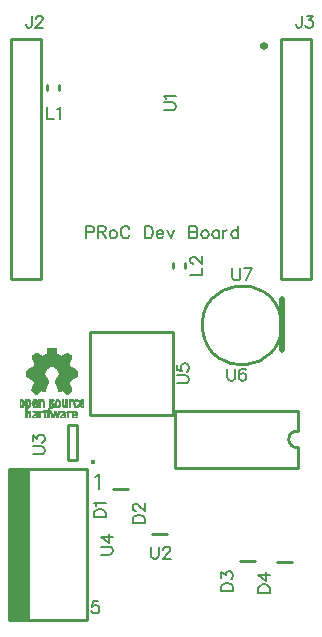
<source format=gbr>
G04 DipTrace 3.0.0.1*
G04 TopSilk.gbr*
%MOIN*%
G04 #@! TF.FileFunction,Legend,Top*
G04 #@! TF.Part,Single*
%ADD10C,0.01*%
%ADD12C,0.002992*%
%ADD33O,0.02798X0.027038*%
%ADD40C,0.015396*%
%ADD46C,0.019685*%
%ADD94C,0.006176*%
%ADD97C,0.00772*%
%FSLAX26Y26*%
G04*
G70*
G90*
G75*
G01*
G04 TopSilk*
%LPD*%
X745952Y845780D2*
D10*
X797093D1*
X927015Y697265D2*
X875873D1*
X1169311Y608512D2*
X1220453D1*
X1292671Y604706D2*
X1343813D1*
X508401Y2346945D2*
X408399D1*
Y1547018D1*
X508401D1*
Y2346945D1*
X1408532D2*
X1308530D1*
Y1547018D1*
X1408532D1*
Y2346945D1*
X565520Y2193314D2*
Y2177487D1*
X526118Y2193314D2*
Y2177487D1*
X987549Y1599383D2*
Y1583557D1*
X948147Y1599383D2*
Y1583557D1*
D33*
X1249499Y2323020D3*
D40*
X681987Y937653D3*
X627919Y942916D2*
D10*
Y1061024D1*
X596427Y942916D2*
Y1061024D1*
X627919D2*
X596427D1*
X627919Y942916D2*
X596427D1*
X660753Y915092D2*
X400908D1*
Y409187D1*
X660753D1*
Y915092D1*
G36*
X471772Y911146D2*
X402890D1*
Y413133D1*
X471772D1*
Y911146D1*
G37*
X946368Y1370221D2*
D10*
X670998D1*
Y1094488D1*
X946368D1*
Y1370221D1*
X1363977Y1107228D2*
X954528D1*
X1363977Y918224D2*
X954528D1*
Y1107228D2*
Y918224D1*
X1363977Y1107228D2*
Y1040293D1*
Y985158D2*
Y918224D1*
Y1040293D2*
G03X1363977Y985158I-3711J-27568D01*
G01*
X1308225Y1402758D2*
G02X1307214Y1411699I-131471J-10334D01*
G01*
X1310858Y1480909D2*
D46*
X1309848Y1310945D1*
X528421Y1315906D2*
D12*
X555349D1*
X528410Y1312914D2*
X555361D1*
X528305Y1309922D2*
X555466D1*
X527900Y1306930D2*
X555871D1*
X489525Y1303938D2*
D3*
X526949D2*
X556821D1*
X594245D2*
D3*
X486533Y1300946D2*
X495509D1*
X525545D2*
X558226D1*
X589749D2*
X597237D1*
X483553Y1297954D2*
X499051D1*
X522344D2*
X561426D1*
X585430D2*
X600218D1*
X480678Y1294962D2*
X503093D1*
X518157D2*
X565613D1*
X580958D2*
X603093D1*
X478196Y1291970D2*
X507477D1*
X513461D2*
X570309D1*
X576293D2*
X605575D1*
X476172Y1288978D2*
X607598D1*
X475554Y1285986D2*
X608216D1*
X476164Y1282994D2*
X607607D1*
X477273Y1280002D2*
X606498D1*
X478837Y1277010D2*
X604934D1*
X480685Y1274018D2*
X603086D1*
X482563Y1271026D2*
X601208D1*
X484497Y1268034D2*
X599274D1*
X486533Y1265042D2*
X597237D1*
X484678Y1262050D2*
X599093D1*
X482902Y1259058D2*
X600869D1*
X480668Y1256066D2*
X603103D1*
X477650Y1253074D2*
X532115D1*
X551655D2*
X606120D1*
X471240Y1250082D2*
X527769D1*
X556002D2*
X612531D1*
X465090Y1247090D2*
X524609D1*
X559162D2*
X618681D1*
X460095Y1244098D2*
X522385D1*
X561386D2*
X623676D1*
X457974Y1241106D2*
X520805D1*
X562966D2*
X625796D1*
X457241Y1238114D2*
X519524D1*
X564247D2*
X626530D1*
X456868Y1235122D2*
X518089D1*
X565681D2*
X626903D1*
X456709Y1232130D2*
X516453D1*
X567317D2*
X627062D1*
X456694Y1229138D2*
X517960D1*
X565811D2*
X627077D1*
X456806Y1226146D2*
X519320D1*
X564451D2*
X626965D1*
X458205Y1223154D2*
X520970D1*
X562801D2*
X625566D1*
X462893Y1220162D2*
X523133D1*
X560638D2*
X620878D1*
X468648Y1217170D2*
X525598D1*
X558173D2*
X615123D1*
X473894Y1214178D2*
X527911D1*
X555860D2*
X609877D1*
X477726Y1211186D2*
X529603D1*
X554168D2*
X606044D1*
X480307Y1208194D2*
X530748D1*
X553023D2*
X603464D1*
X482225Y1205202D2*
X530632D1*
X553138D2*
X601546D1*
X482775Y1202210D2*
X529968D1*
X553803D2*
X600996D1*
X482939Y1199218D2*
X528878D1*
X554893D2*
X600832D1*
X481781Y1196226D2*
X527562D1*
X556209D2*
X601990D1*
X480206Y1193234D2*
X526147D1*
X557624D2*
X603565D1*
X478548Y1190242D2*
X524773D1*
X558997D2*
X605223D1*
X477038Y1187250D2*
X523572D1*
X560199D2*
X606733D1*
X475881Y1184258D2*
X522522D1*
X561248D2*
X607890D1*
X475297Y1181266D2*
X521468D1*
X562303D2*
X608474D1*
X475149Y1178274D2*
X520544D1*
X563227D2*
X608622D1*
X476432Y1175282D2*
X519914D1*
X563857D2*
X607339D1*
X478407Y1172290D2*
X504021D1*
X510469D2*
X519445D1*
X564325D2*
X573301D1*
X579750D2*
X605364D1*
X480900Y1169298D2*
X500262D1*
X583509D2*
X602871D1*
X483668Y1166306D2*
X496372D1*
X587399D2*
X600102D1*
X486533Y1163314D2*
X492517D1*
X591253D2*
X597237D1*
X435669Y1145362D2*
X444645D1*
X453621D2*
X468581D1*
X480549D2*
X489525D1*
X498501D2*
X513461D1*
X534405D2*
X543381D1*
X558341D2*
X564325D1*
X576293D2*
X579285D1*
X588261D2*
X594245D1*
X600229D2*
X612197D1*
X621173D2*
X627157D1*
X639125D2*
X648101D1*
X435669Y1142370D2*
X447637D1*
X453621D2*
X469973D1*
X479157D2*
X492517D1*
X498501D2*
X514843D1*
X533036D2*
X549365D1*
X555899D2*
X567088D1*
X576293D2*
X579285D1*
X588261D2*
X594245D1*
X600229D2*
X648101D1*
X435669Y1139378D2*
X470898D1*
X478232D2*
X515702D1*
X532291D2*
X546373D1*
X553957D2*
X569133D1*
X576293D2*
X579285D1*
X588261D2*
X594245D1*
X600229D2*
X648101D1*
X435669Y1136386D2*
D3*
X444645D2*
X459605D1*
X468581D2*
X471573D1*
X477557D2*
X504485D1*
X513461D2*
X516137D1*
X532030D2*
X543381D1*
X552357D2*
X558341D1*
X567195D2*
X569758D1*
X576293D2*
X579285D1*
X588261D2*
X594245D1*
X600229D2*
X603221D1*
X615189D2*
X618304D1*
X632896D2*
X648101D1*
X435669Y1133394D2*
D3*
X444645D2*
X459605D1*
X468581D2*
X504485D1*
X513461D2*
X516330D1*
X533068D2*
X555349D1*
X566730D2*
X570070D1*
X576305D2*
X579285D1*
X588261D2*
X594245D1*
X600229D2*
X603221D1*
X615201D2*
X618769D1*
X632347D2*
X648101D1*
X435669Y1130402D2*
D3*
X444645D2*
X459605D1*
X468581D2*
X471424D1*
X477680D2*
X504485D1*
X513461D2*
X516408D1*
X534405D2*
X556939D1*
X565707D2*
X570097D1*
X576419D2*
X579285D1*
X588261D2*
X594245D1*
X600229D2*
X603221D1*
X615315D2*
X619792D1*
X630015D2*
X648101D1*
X435669Y1127410D2*
X471071D1*
X478145D2*
X483541D1*
X489525D2*
X492517D1*
X498501D2*
X504485D1*
X513461D2*
X516437D1*
X533228D2*
X537397D1*
X543381D2*
X558341D1*
X564325D2*
X569690D1*
X576881D2*
X594245D1*
X600229D2*
X603221D1*
X615777D2*
X621173D1*
X627157D2*
X639125D1*
X648101D2*
D3*
X435669Y1124418D2*
X447637D1*
X453621D2*
X468951D1*
X479168D2*
X492517D1*
X498501D2*
X504485D1*
X513461D2*
X516448D1*
X533604D2*
X568688D1*
X577904D2*
X594245D1*
X600229D2*
X603221D1*
X616800D2*
X648101D1*
X435669Y1121426D2*
X447637D1*
X453621D2*
X465969D1*
X480549D2*
X492517D1*
X498501D2*
X504485D1*
X513461D2*
X516453D1*
X534405D2*
X548725D1*
X555349D2*
X567317D1*
X579285D2*
X594245D1*
X600229D2*
X603221D1*
X618181D2*
X630149D1*
X639125D2*
X648101D1*
X453621Y1118434D2*
X463129D1*
X531643D2*
X540635D1*
X453621Y1115442D2*
X460944D1*
X529596D2*
X537003D1*
X453621Y1112450D2*
X460235D1*
X528923D2*
X535294D1*
X453621Y1109458D2*
X459848D1*
X528421D2*
X537353D1*
X453621Y1106466D2*
X471573D1*
X477557D2*
X492517D1*
X498501D2*
X539664D1*
X549365D2*
X555349D1*
X564325D2*
X585269D1*
X594245D2*
X624165D1*
X453621Y1103474D2*
X471573D1*
X483167D2*
X541672D1*
X549365D2*
X555349D1*
X562736D2*
X586651D1*
X594245D2*
X625535D1*
X453621Y1100482D2*
X459605D1*
X465001D2*
X471573D1*
X489525D2*
X504485D1*
X516453D2*
X519445D1*
X528421D2*
X543381D1*
X549365D2*
X555349D1*
X561333D2*
X567905D1*
X584629D2*
X587510D1*
X594245D2*
X597237D1*
X609205D2*
X615189D1*
X621173D2*
X626280D1*
X453621Y1097490D2*
X459605D1*
X466751D2*
X471573D1*
X484000D2*
X504485D1*
X516453D2*
X519445D1*
X528421D2*
X534405D1*
X540389D2*
X566155D1*
X576539D2*
X587945D1*
X594245D2*
X597237D1*
X609205D2*
X626541D1*
X453621Y1094498D2*
X459605D1*
X467756D2*
X471573D1*
X479907D2*
X504485D1*
X516453D2*
X519445D1*
X528421D2*
X534405D1*
X540389D2*
X565150D1*
X572811D2*
X588138D1*
X594245D2*
X597237D1*
X609205D2*
X625503D1*
X453621Y1091506D2*
X459605D1*
X468266D2*
X471573D1*
X478561D2*
X480549D1*
X489525D2*
X504485D1*
X516453D2*
X519445D1*
X528421D2*
X534405D1*
X540389D2*
X549365D1*
X555349D2*
X564641D1*
X571373D2*
X573301D1*
X582277D2*
X588218D1*
X594245D2*
X597237D1*
X609205D2*
X615189D1*
X624165D2*
D3*
X453621Y1088514D2*
X459605D1*
X468581D2*
X471573D1*
X477557D2*
X504485D1*
X516453D2*
X534405D1*
X540389D2*
X549365D1*
X555349D2*
X564325D1*
X570309D2*
X588261D1*
X594245D2*
X597237D1*
X609205D2*
X627157D1*
X528421Y1315906D2*
X528410Y1312914D1*
X528305Y1309922D1*
X527900Y1306930D1*
X526949Y1303938D1*
X525545Y1300946D1*
X522344Y1297954D1*
X518157Y1294962D1*
X513461Y1291970D1*
X555349Y1315906D2*
X555361Y1312914D1*
X555466Y1309922D1*
X555871Y1306930D1*
X556821Y1303938D1*
X558226Y1300946D1*
X561426Y1297954D1*
X565613Y1294962D1*
X570309Y1291970D1*
X489525Y1303938D2*
X486533Y1300946D1*
X483553Y1297954D1*
X480678Y1294962D1*
X478196Y1291970D1*
X476172Y1288978D1*
X475554Y1285986D1*
X476164Y1282994D1*
X477273Y1280002D1*
X478837Y1277010D1*
X480685Y1274018D1*
X482563Y1271026D1*
X484497Y1268034D1*
X486533Y1265042D1*
X484678Y1262050D1*
X482902Y1259058D1*
X480668Y1256066D1*
X477650Y1253074D1*
X471240Y1250082D1*
X465090Y1247090D1*
X460095Y1244098D1*
X457974Y1241106D1*
X457241Y1238114D1*
X456868Y1235122D1*
X456709Y1232130D1*
X456694Y1229138D1*
X456806Y1226146D1*
X458205Y1223154D1*
X462893Y1220162D1*
X468648Y1217170D1*
X473894Y1214178D1*
X477726Y1211186D1*
X480307Y1208194D1*
X482225Y1205202D1*
X482775Y1202210D1*
X482939Y1199218D1*
X481781Y1196226D1*
X480206Y1193234D1*
X478548Y1190242D1*
X477038Y1187250D1*
X475881Y1184258D1*
X475297Y1181266D1*
X475149Y1178274D1*
X476432Y1175282D1*
X478407Y1172290D1*
X480900Y1169298D1*
X483668Y1166306D1*
X486533Y1163314D1*
X594245Y1303938D2*
X589749Y1300946D1*
X585430Y1297954D1*
X580958Y1294962D1*
X576293Y1291970D1*
X495509Y1300946D2*
X499051Y1297954D1*
X503093Y1294962D1*
X507477Y1291970D1*
X597237Y1300946D2*
X600218Y1297954D1*
X603093Y1294962D1*
X605575Y1291970D1*
X607598Y1288978D1*
X608216Y1285986D1*
X607607Y1282994D1*
X606498Y1280002D1*
X604934Y1277010D1*
X603086Y1274018D1*
X601208Y1271026D1*
X599274Y1268034D1*
X597237Y1265042D1*
X599093Y1262050D1*
X600869Y1259058D1*
X603103Y1256066D1*
X606120Y1253074D1*
X612531Y1250082D1*
X618681Y1247090D1*
X623676Y1244098D1*
X625796Y1241106D1*
X626530Y1238114D1*
X626903Y1235122D1*
X627062Y1232130D1*
X627077Y1229138D1*
X626965Y1226146D1*
X625566Y1223154D1*
X620878Y1220162D1*
X615123Y1217170D1*
X609877Y1214178D1*
X606044Y1211186D1*
X603464Y1208194D1*
X601546Y1205202D1*
X600996Y1202210D1*
X600832Y1199218D1*
X601990Y1196226D1*
X603565Y1193234D1*
X605223Y1190242D1*
X606733Y1187250D1*
X607890Y1184258D1*
X608474Y1181266D1*
X608622Y1178274D1*
X607339Y1175282D1*
X605364Y1172290D1*
X602871Y1169298D1*
X600102Y1166306D1*
X597237Y1163314D1*
X537397Y1256066D2*
X532115Y1253074D1*
X527769Y1250082D1*
X524609Y1247090D1*
X522385Y1244098D1*
X520805Y1241106D1*
X519524Y1238114D1*
X518089Y1235122D1*
X516453Y1232130D1*
X517960Y1229138D1*
X519320Y1226146D1*
X520970Y1223154D1*
X523133Y1220162D1*
X525598Y1217170D1*
X527911Y1214178D1*
X529603Y1211186D1*
X530748Y1208194D1*
X530632Y1205202D1*
X529968Y1202210D1*
X528878Y1199218D1*
X527562Y1196226D1*
X526147Y1193234D1*
X524773Y1190242D1*
X523572Y1187250D1*
X522522Y1184258D1*
X521468Y1181266D1*
X520544Y1178274D1*
X519914Y1175282D1*
X519445Y1172290D1*
X546373Y1256066D2*
X551655Y1253074D1*
X556002Y1250082D1*
X559162Y1247090D1*
X561386Y1244098D1*
X562966Y1241106D1*
X564247Y1238114D1*
X565681Y1235122D1*
X567317Y1232130D1*
X565811Y1229138D1*
X564451Y1226146D1*
X562801Y1223154D1*
X560638Y1220162D1*
X558173Y1217170D1*
X555860Y1214178D1*
X554168Y1211186D1*
X553023Y1208194D1*
X553138Y1205202D1*
X553803Y1202210D1*
X554893Y1199218D1*
X556209Y1196226D1*
X557624Y1193234D1*
X558997Y1190242D1*
X560199Y1187250D1*
X561248Y1184258D1*
X562303Y1181266D1*
X563227Y1178274D1*
X563857Y1175282D1*
X564325Y1172290D1*
X507477Y1175282D2*
X504021Y1172290D1*
X500262Y1169298D1*
X496372Y1166306D1*
X492517Y1163314D1*
X507477Y1175282D2*
X510469Y1172290D1*
X576293Y1175282D2*
X573301Y1172290D1*
X576293Y1175282D2*
X579750Y1172290D1*
X583509Y1169298D1*
X587399Y1166306D1*
X591253Y1163314D1*
X435669Y1145362D2*
Y1142370D1*
Y1139378D1*
Y1136386D1*
Y1133394D1*
Y1130402D1*
Y1127410D1*
Y1124418D1*
Y1121426D1*
X444645Y1145362D2*
X447637Y1142370D1*
X453621Y1145362D2*
Y1142370D1*
X468581Y1145362D2*
X469973Y1142370D1*
X470898Y1139378D1*
X471573Y1136386D1*
X480549Y1145362D2*
X479157Y1142370D1*
X478232Y1139378D1*
X477557Y1136386D1*
X489525Y1145362D2*
X492517Y1142370D1*
X498501Y1145362D2*
Y1142370D1*
X513461Y1145362D2*
X514843Y1142370D1*
X515702Y1139378D1*
X516137Y1136386D1*
X516330Y1133394D1*
X516408Y1130402D1*
X516437Y1127410D1*
X516448Y1124418D1*
X516453Y1121426D1*
X534405Y1145362D2*
X533036Y1142370D1*
X532291Y1139378D1*
X532030Y1136386D1*
X533068Y1133394D1*
X534405Y1130402D1*
X533228Y1127410D1*
X533604Y1124418D1*
X534405Y1121426D1*
X531643Y1118434D1*
X529596Y1115442D1*
X528923Y1112450D1*
X528421Y1109458D1*
X498501Y1106466D1*
X543381Y1145362D2*
X549365Y1142370D1*
X546373Y1139378D1*
X543381Y1136386D1*
X558341Y1145362D2*
X555899Y1142370D1*
X553957Y1139378D1*
X552357Y1136386D1*
X564325Y1145362D2*
X567088Y1142370D1*
X569133Y1139378D1*
X569758Y1136386D1*
X570070Y1133394D1*
X570097Y1130402D1*
X569690Y1127410D1*
X568688Y1124418D1*
X567317Y1121426D1*
X576293Y1145362D2*
Y1142370D1*
Y1139378D1*
Y1136386D1*
X576305Y1133394D1*
X576419Y1130402D1*
X576881Y1127410D1*
X577904Y1124418D1*
X579285Y1121426D1*
Y1145362D2*
Y1142370D1*
Y1139378D1*
Y1136386D1*
Y1133394D1*
Y1130402D1*
X588261Y1145362D2*
Y1142370D1*
Y1139378D1*
Y1136386D1*
Y1133394D1*
Y1130402D1*
X594245Y1145362D2*
Y1142370D1*
Y1139378D1*
Y1136386D1*
Y1133394D1*
Y1130402D1*
Y1127410D1*
Y1124418D1*
Y1121426D1*
X600229Y1145362D2*
Y1142370D1*
Y1139378D1*
Y1136386D1*
Y1133394D1*
Y1130402D1*
Y1127410D1*
Y1124418D1*
Y1121426D1*
X612197Y1145362D2*
X621173D2*
X627157D2*
X639125D2*
X648101D2*
Y1142370D1*
Y1139378D1*
Y1136386D1*
Y1133394D1*
Y1130402D1*
Y1127410D1*
Y1124418D1*
Y1121426D1*
X444645Y1139378D2*
Y1136386D1*
Y1133394D1*
Y1130402D1*
X459605Y1139378D2*
Y1136386D1*
Y1133394D1*
Y1130402D1*
X468581Y1139378D2*
Y1136386D1*
Y1133394D1*
Y1130402D1*
X504485Y1139378D2*
Y1136386D1*
Y1133394D1*
Y1130402D1*
Y1127410D1*
Y1124418D1*
Y1121426D1*
X513461Y1139378D2*
Y1136386D1*
Y1133394D1*
Y1130402D1*
Y1127410D1*
Y1124418D1*
Y1121426D1*
X561333Y1139378D2*
X558341Y1136386D1*
X555349Y1133394D1*
X556939Y1130402D1*
X558341Y1127410D1*
X567317Y1139378D2*
X567195Y1136386D1*
X566730Y1133394D1*
X565707Y1130402D1*
X564325Y1127410D1*
X603221Y1139378D2*
Y1136386D1*
Y1133394D1*
Y1130402D1*
Y1127410D1*
Y1124418D1*
Y1121426D1*
X615189Y1139378D2*
Y1136386D1*
X615201Y1133394D1*
X615315Y1130402D1*
X615777Y1127410D1*
X616800Y1124418D1*
X618181Y1121426D1*
Y1139378D2*
X618304Y1136386D1*
X618769Y1133394D1*
X619792Y1130402D1*
X621173Y1127410D1*
X633141Y1139378D2*
X632896Y1136386D1*
X632347Y1133394D1*
X630015Y1130402D1*
X627157Y1127410D1*
X471573Y1133394D2*
X471424Y1130402D1*
X471071Y1127410D1*
X468951Y1124418D1*
X465969Y1121426D1*
X463129Y1118434D1*
X460944Y1115442D1*
X460235Y1112450D1*
X459848Y1109458D1*
X459605Y1106466D1*
X471573D1*
Y1103474D1*
Y1100482D1*
Y1097490D1*
Y1094498D1*
Y1091506D1*
Y1088514D1*
X477557Y1133394D2*
X477680Y1130402D1*
X478145Y1127410D1*
X479168Y1124418D1*
X480549Y1121426D1*
X486533Y1130402D2*
X483541Y1127410D1*
X486533Y1130402D2*
X489525Y1127410D1*
X492517Y1130402D2*
Y1127410D1*
Y1124418D1*
Y1121426D1*
X498501Y1130402D2*
Y1127410D1*
Y1124418D1*
Y1121426D1*
X540389Y1130402D2*
X537397Y1127410D1*
X540389Y1130402D2*
X543381Y1127410D1*
X642117Y1130402D2*
X639125Y1127410D1*
X447637D2*
Y1124418D1*
Y1121426D1*
X453621Y1127410D2*
Y1124418D1*
Y1121426D1*
Y1118434D1*
Y1115442D1*
Y1112450D1*
Y1109458D1*
Y1106466D1*
Y1103474D1*
Y1100482D1*
Y1097490D1*
Y1094498D1*
Y1091506D1*
Y1088514D1*
X558341Y1124418D2*
X548725Y1121426D1*
X540635Y1118434D1*
X537003Y1115442D1*
X535294Y1112450D1*
X537353Y1109458D1*
X539664Y1106466D1*
X541672Y1103474D1*
X543381Y1100482D1*
X552357Y1124418D2*
X555349Y1121426D1*
X633141Y1124418D2*
X630149Y1121426D1*
X636133Y1124418D2*
X639125Y1121426D1*
X477557Y1106466D2*
X483167Y1103474D1*
X489525Y1100482D1*
X484000Y1097490D1*
X479907Y1094498D1*
X478561Y1091506D1*
X477557Y1088514D1*
X492517Y1106466D2*
X549365D2*
Y1103474D1*
Y1100482D1*
X555349Y1106466D2*
Y1103474D1*
Y1100482D1*
X564325Y1106466D2*
X562736Y1103474D1*
X561333Y1100482D1*
X585269Y1106466D2*
X586651Y1103474D1*
X587510Y1100482D1*
X587945Y1097490D1*
X588138Y1094498D1*
X588218Y1091506D1*
X588261Y1088514D1*
X594245Y1106466D2*
Y1103474D1*
Y1100482D1*
Y1097490D1*
Y1094498D1*
Y1091506D1*
Y1088514D1*
X624165Y1106466D2*
X625535Y1103474D1*
X626280Y1100482D1*
X626541Y1097490D1*
X625503Y1094498D1*
X624165Y1091506D1*
X627157Y1088514D1*
X459605Y1103474D2*
Y1100482D1*
Y1097490D1*
Y1094498D1*
Y1091506D1*
Y1088514D1*
X462597Y1103474D2*
X465001Y1100482D1*
X466751Y1097490D1*
X467756Y1094498D1*
X468266Y1091506D1*
X468581Y1088514D1*
X504485Y1103474D2*
Y1100482D1*
Y1097490D1*
Y1094498D1*
Y1091506D1*
Y1088514D1*
X516453Y1103474D2*
Y1100482D1*
Y1097490D1*
Y1094498D1*
Y1091506D1*
Y1088514D1*
X519445Y1103474D2*
Y1100482D1*
Y1097490D1*
Y1094498D1*
Y1091506D1*
X528421Y1103474D2*
Y1100482D1*
Y1097490D1*
Y1094498D1*
Y1091506D1*
X570309Y1103474D2*
X567905Y1100482D1*
X566155Y1097490D1*
X565150Y1094498D1*
X564641Y1091506D1*
X564325Y1088514D1*
X594245Y1103474D2*
X584629Y1100482D1*
X576539Y1097490D1*
X572811Y1094498D1*
X571373Y1091506D1*
X570309Y1088514D1*
X597237Y1103474D2*
Y1100482D1*
Y1097490D1*
Y1094498D1*
Y1091506D1*
Y1088514D1*
X609205Y1103474D2*
Y1100482D1*
Y1097490D1*
Y1094498D1*
Y1091506D1*
Y1088514D1*
X618181Y1103474D2*
X615189Y1100482D1*
X618181Y1103474D2*
X621173Y1100482D1*
X534405D2*
Y1097490D1*
Y1094498D1*
Y1091506D1*
Y1088514D1*
X540389Y1100482D2*
Y1097490D1*
Y1094498D1*
Y1091506D1*
Y1088514D1*
X483541Y1094498D2*
X480549Y1091506D1*
X486533Y1094498D2*
X489525Y1091506D1*
X549365Y1094498D2*
Y1091506D1*
Y1088514D1*
X555349Y1094498D2*
Y1091506D1*
Y1088514D1*
X576293Y1094498D2*
X573301Y1091506D1*
X579285Y1094498D2*
X582277Y1091506D1*
X618181Y1094498D2*
X615189Y1091506D1*
X683417Y752522D2*
D94*
X723609D1*
Y765920D1*
X721663Y771668D1*
X717861Y775514D1*
X714014Y777416D1*
X708310Y779317D1*
X698715D1*
X692967Y777416D1*
X689165Y775514D1*
X685318Y771668D1*
X683417Y765920D1*
Y752522D1*
X691110Y791668D2*
X689165Y795515D1*
X683461Y801263D1*
X723609D1*
X813338Y733182D2*
X853530D1*
Y746579D1*
X851584Y752328D1*
X847782Y756174D1*
X843935Y758076D1*
X838231Y759977D1*
X828636D1*
X822888Y758076D1*
X819086Y756174D1*
X815239Y752328D1*
X813338Y746580D1*
Y733182D1*
X822933Y774274D2*
X821031D1*
X817185Y776175D1*
X815283Y778076D1*
X813382Y781923D1*
Y789572D1*
X815283Y793375D1*
X817185Y795276D1*
X821031Y797222D1*
X824834D1*
X828681Y795276D1*
X834384Y791474D1*
X853530Y772328D1*
Y799123D1*
X1106776Y506653D2*
X1146968D1*
Y520051D1*
X1145023Y525799D1*
X1141220Y529645D1*
X1137373Y531547D1*
X1131670Y533448D1*
X1122075D1*
X1116327Y531547D1*
X1112524Y529645D1*
X1108677Y525799D1*
X1106776Y520051D1*
Y506653D1*
X1106820Y549646D2*
Y570649D1*
X1122119Y559197D1*
Y564945D1*
X1124020Y568747D1*
X1125922Y570648D1*
X1131670Y572594D1*
X1135472D1*
X1141220Y570648D1*
X1145067Y566846D1*
X1146968Y561098D1*
Y555350D1*
X1145067Y549646D1*
X1143121Y547745D1*
X1139319Y545799D1*
X1230136Y501897D2*
X1270328D1*
Y515294D1*
X1268382Y521042D1*
X1264580Y524889D1*
X1260733Y526790D1*
X1255029Y528692D1*
X1245434D1*
X1239686Y526790D1*
X1235884Y524889D1*
X1232037Y521042D1*
X1230136Y515294D1*
Y501897D1*
X1270328Y560188D2*
X1230180D1*
X1256930Y541043D1*
Y569739D1*
X475859Y2424458D2*
Y2393861D1*
X473958Y2388113D1*
X472013Y2386211D1*
X468210Y2384266D1*
X464363D1*
X460561Y2386211D1*
X458660Y2388113D1*
X456714Y2393861D1*
Y2397663D1*
X490156Y2414863D2*
Y2416764D1*
X492058Y2420611D1*
X493959Y2422512D1*
X497806Y2424414D1*
X505455D1*
X509257Y2422512D1*
X511159Y2420611D1*
X513104Y2416764D1*
Y2412962D1*
X511159Y2409115D1*
X507356Y2403411D1*
X488211Y2384266D1*
X515006D1*
X1375991Y2424458D2*
Y2393861D1*
X1374089Y2388113D1*
X1372144Y2386211D1*
X1368341Y2384266D1*
X1364495D1*
X1360692Y2386211D1*
X1358791Y2388113D1*
X1356845Y2393861D1*
Y2397663D1*
X1392189Y2424414D2*
X1413191D1*
X1401739Y2409115D1*
X1407487D1*
X1411290Y2407214D1*
X1413191Y2405313D1*
X1415137Y2399565D1*
Y2395762D1*
X1413191Y2390014D1*
X1409389Y2386167D1*
X1403641Y2384266D1*
X1397893D1*
X1392189Y2386167D1*
X1390288Y2388113D1*
X1388342Y2391915D1*
X526522Y2120915D2*
Y2080723D1*
X549470D1*
X561821Y2113221D2*
X565668Y2115167D1*
X571416Y2120871D1*
Y2080723D1*
X1005037Y1560423D2*
X1045229D1*
Y1583371D1*
X1014632Y1597668D2*
X1012731D1*
X1008884Y1599569D1*
X1006983Y1601470D1*
X1005081Y1605317D1*
Y1612967D1*
X1006983Y1616769D1*
X1008884Y1618670D1*
X1012731Y1620616D1*
X1016533D1*
X1020380Y1618670D1*
X1026084Y1614868D1*
X1045229Y1595722D1*
Y1622517D1*
X915636Y2109193D2*
X944332D1*
X950080Y2111094D1*
X953883Y2114941D1*
X955828Y2120689D1*
Y2124491D1*
X953883Y2130239D1*
X950080Y2134086D1*
X944332Y2135988D1*
X915636D1*
X923330Y2148339D2*
X921384Y2152186D1*
X915680Y2157934D1*
X955828D1*
X873372Y654314D2*
Y625618D1*
X875274Y619870D1*
X879120Y616067D1*
X884868Y614122D1*
X888671D1*
X894419Y616067D1*
X898266Y619870D1*
X900167Y625618D1*
Y654314D1*
X914464Y644719D2*
Y646620D1*
X916365Y650467D1*
X918266Y652368D1*
X922113Y654269D1*
X929763D1*
X933565Y652368D1*
X935466Y650467D1*
X937412Y646620D1*
Y642818D1*
X935466Y638971D1*
X931664Y633267D1*
X912518Y614122D1*
X939313D1*
X478823Y962518D2*
X507519D1*
X513267Y964419D1*
X517070Y968266D1*
X519015Y974014D1*
Y977817D1*
X517070Y983565D1*
X513267Y987411D1*
X507519Y989313D1*
X478823D1*
X478868Y1005511D2*
Y1026513D1*
X494166Y1015061D1*
Y1020810D1*
X496067Y1024612D1*
X497969Y1026513D1*
X503717Y1028459D1*
X507519D1*
X513267Y1026513D1*
X517114Y1022711D1*
X519015Y1016963D1*
Y1011215D1*
X517114Y1005511D1*
X515169Y1003610D1*
X511366Y1001664D1*
X705977Y628218D2*
X734673D1*
X740421Y630120D1*
X744224Y633966D1*
X746169Y639714D1*
Y643517D1*
X744224Y649265D1*
X740421Y653112D1*
X734673Y655013D1*
X705977D1*
X746169Y686510D2*
X706022D1*
X732772Y667364D1*
Y696060D1*
X959935Y1199384D2*
X988631D1*
X994379Y1201286D1*
X998181Y1205132D1*
X1000127Y1210880D1*
Y1214683D1*
X998181Y1220431D1*
X994379Y1224278D1*
X988631Y1226179D1*
X959935D1*
X959979Y1261478D2*
Y1242377D1*
X977179Y1240476D1*
X975278Y1242377D1*
X973332Y1248125D1*
Y1253829D1*
X975278Y1259577D1*
X979080Y1263424D1*
X984828Y1265325D1*
X988631D1*
X994379Y1263424D1*
X998225Y1259577D1*
X1000127Y1253829D1*
Y1248125D1*
X998225Y1242377D1*
X996280Y1240476D1*
X992477Y1238530D1*
X1127255Y1248474D2*
Y1219778D1*
X1129156Y1214030D1*
X1133003Y1210227D1*
X1138751Y1208282D1*
X1142553D1*
X1148301Y1210227D1*
X1152148Y1214030D1*
X1154049Y1219778D1*
Y1248474D1*
X1189349Y1242726D2*
X1187447Y1246528D1*
X1181699Y1248429D1*
X1177897D1*
X1172149Y1246528D1*
X1168302Y1240780D1*
X1166401Y1231230D1*
Y1221679D1*
X1168302Y1214030D1*
X1172149Y1210183D1*
X1177897Y1208282D1*
X1179798D1*
X1185502Y1210183D1*
X1189349Y1214030D1*
X1191250Y1219778D1*
Y1221679D1*
X1189349Y1227427D1*
X1185502Y1231230D1*
X1179798Y1233131D1*
X1177897D1*
X1172149Y1231230D1*
X1168302Y1227427D1*
X1166401Y1221679D1*
X1144897Y1582879D2*
Y1554183D1*
X1146799Y1548435D1*
X1150645Y1544633D1*
X1156393Y1542687D1*
X1160196D1*
X1165944Y1544633D1*
X1169791Y1548435D1*
X1171692Y1554183D1*
Y1582879D1*
X1191693Y1542687D2*
X1210838Y1582835D1*
X1184043D1*
X657419Y1702394D2*
X674663D1*
X680367Y1704296D1*
X682312Y1706241D1*
X684213Y1710044D1*
Y1715792D1*
X682312Y1719594D1*
X680367Y1721540D1*
X674663Y1723441D1*
X657419D1*
Y1683249D1*
X696565Y1704296D2*
X713765D1*
X719513Y1706241D1*
X721458Y1708143D1*
X723360Y1711945D1*
Y1715792D1*
X721458Y1719594D1*
X719513Y1721540D1*
X713765Y1723441D1*
X696565D1*
Y1683249D1*
X709962Y1704296D2*
X723360Y1683249D1*
X745261Y1710044D2*
X741459Y1708143D1*
X737612Y1704296D1*
X735711Y1698548D1*
Y1694745D1*
X737612Y1688997D1*
X741459Y1685195D1*
X745261Y1683249D1*
X751010D1*
X754856Y1685195D1*
X758659Y1688997D1*
X760604Y1694745D1*
Y1698548D1*
X758659Y1704296D1*
X754856Y1708143D1*
X751010Y1710044D1*
X745261D1*
X801652Y1713891D2*
X799750Y1717693D1*
X795904Y1721540D1*
X792101Y1723441D1*
X784452D1*
X780605Y1721540D1*
X776802Y1717693D1*
X774857Y1713891D1*
X772956Y1708143D1*
Y1698548D1*
X774857Y1692844D1*
X776802Y1688997D1*
X780605Y1685195D1*
X784452Y1683249D1*
X792101D1*
X795904Y1685195D1*
X799750Y1688997D1*
X801652Y1692844D1*
X852884Y1723441D2*
Y1683249D1*
X866281D1*
X872029Y1685195D1*
X875876Y1688997D1*
X877777Y1692844D1*
X879678Y1698548D1*
Y1708143D1*
X877777Y1713891D1*
X875876Y1717693D1*
X872029Y1721540D1*
X866281Y1723441D1*
X852884D1*
X892030Y1698548D2*
X914978D1*
Y1702394D1*
X913077Y1706241D1*
X911175Y1708143D1*
X907328Y1710044D1*
X901580D1*
X897778Y1708143D1*
X893931Y1704296D1*
X892030Y1698548D1*
Y1694745D1*
X893931Y1688997D1*
X897778Y1685195D1*
X901580Y1683249D1*
X907328D1*
X911175Y1685195D1*
X914978Y1688997D1*
X927329Y1710044D2*
X938825Y1683249D1*
X950277Y1710044D1*
X1001509Y1723441D2*
Y1683249D1*
X1018753D1*
X1024501Y1685195D1*
X1026403Y1687096D1*
X1028304Y1690898D1*
Y1696646D1*
X1026403Y1700493D1*
X1024501Y1702394D1*
X1018753Y1704296D1*
X1024501Y1706241D1*
X1026403Y1708143D1*
X1028304Y1711945D1*
Y1715792D1*
X1026403Y1719594D1*
X1024501Y1721540D1*
X1018753Y1723441D1*
X1001509D1*
Y1704296D2*
X1018753D1*
X1050206Y1710044D2*
X1046403Y1708143D1*
X1042557Y1704296D1*
X1040655Y1698548D1*
Y1694745D1*
X1042557Y1688997D1*
X1046403Y1685195D1*
X1050206Y1683249D1*
X1055954D1*
X1059801Y1685195D1*
X1063603Y1688997D1*
X1065549Y1694745D1*
Y1698548D1*
X1063603Y1704296D1*
X1059801Y1708143D1*
X1055954Y1710044D1*
X1050206D1*
X1100848D2*
Y1683249D1*
Y1704296D2*
X1097045Y1708143D1*
X1093199Y1710044D1*
X1087495D1*
X1083648Y1708143D1*
X1079846Y1704296D1*
X1077900Y1698548D1*
Y1694745D1*
X1079846Y1688997D1*
X1083648Y1685195D1*
X1087495Y1683249D1*
X1093199D1*
X1097045Y1685195D1*
X1100848Y1688997D1*
X1113199Y1710044D2*
Y1683249D1*
Y1698548D2*
X1115145Y1704296D1*
X1118947Y1708143D1*
X1122794Y1710044D1*
X1128542D1*
X1163842Y1723441D2*
Y1683249D1*
Y1704296D2*
X1160039Y1708143D1*
X1156192Y1710044D1*
X1150444D1*
X1146642Y1708143D1*
X1142795Y1704296D1*
X1140894Y1698548D1*
Y1694745D1*
X1142795Y1688997D1*
X1146642Y1685195D1*
X1150444Y1683249D1*
X1156192D1*
X1160039Y1685195D1*
X1163842Y1688997D1*
X688400Y886341D2*
D97*
X693208Y888773D1*
X700393Y895903D1*
Y845718D1*
X697837Y472169D2*
D94*
X678736D1*
X676834Y454970D1*
X678736Y456871D1*
X684484Y458816D1*
X690188D1*
X695936Y456871D1*
X699782Y453068D1*
X701684Y447320D1*
Y443518D1*
X699782Y437770D1*
X695936Y433923D1*
X690188Y432022D1*
X684484D1*
X678736Y433923D1*
X676834Y435868D1*
X674889Y439671D1*
M02*

</source>
